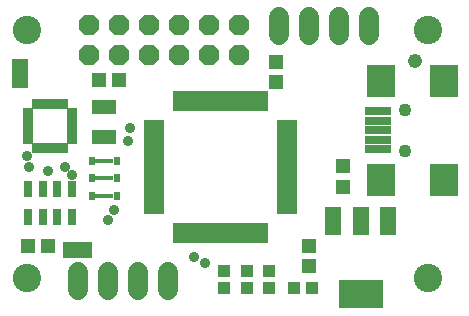
<source format=gts>
G75*
%MOIN*%
%OFA0B0*%
%FSLAX24Y24*%
%IPPOS*%
%LPD*%
%AMOC8*
5,1,8,0,0,1.08239X$1,22.5*
%
%ADD10C,0.0946*%
%ADD11R,0.0505X0.0493*%
%ADD12R,0.0946X0.1064*%
%ADD13R,0.0867X0.0277*%
%ADD14C,0.0434*%
%ADD15C,0.0680*%
%ADD16OC8,0.0680*%
%ADD17R,0.0395X0.0395*%
%ADD18R,0.0513X0.0474*%
%ADD19R,0.0710X0.0198*%
%ADD20R,0.0198X0.0710*%
%ADD21R,0.0194X0.0356*%
%ADD22R,0.0356X0.0194*%
%ADD23R,0.0277X0.0552*%
%ADD24R,0.0828X0.0513*%
%ADD25R,0.0580X0.0330*%
%ADD26R,0.0197X0.0315*%
%ADD27R,0.0630X0.0157*%
%ADD28R,0.0474X0.0513*%
%ADD29R,0.0330X0.0580*%
%ADD30R,0.0560X0.0960*%
%ADD31R,0.1497X0.0946*%
%ADD32C,0.0358*%
%ADD33C,0.0476*%
D10*
X006366Y007009D03*
X006366Y015277D03*
X019752Y015277D03*
X019752Y007009D03*
D11*
X016906Y010068D03*
X016906Y010757D03*
D12*
X018190Y010294D03*
X020276Y010294D03*
X020276Y013601D03*
X018190Y013601D03*
D13*
X018091Y012577D03*
X018091Y012262D03*
X018091Y011947D03*
X018091Y011632D03*
X018091Y011317D03*
D14*
X018977Y011258D03*
X018977Y012636D03*
D15*
X008078Y007210D02*
X008078Y006610D01*
X009078Y006610D02*
X009078Y007210D01*
X010078Y007210D02*
X010078Y006610D01*
X011078Y006610D02*
X011078Y007210D01*
X014766Y015110D02*
X014766Y015710D01*
X015766Y015710D02*
X015766Y015110D01*
X016766Y015110D02*
X016766Y015710D01*
X017766Y015710D02*
X017766Y015110D01*
D16*
X013453Y015472D03*
X012453Y015472D03*
X011453Y015472D03*
X010453Y015472D03*
X009453Y015472D03*
X008453Y015472D03*
X008453Y014472D03*
X009453Y014472D03*
X010453Y014472D03*
X011453Y014472D03*
X012453Y014472D03*
X013453Y014472D03*
D17*
X013703Y007267D03*
X013703Y006677D03*
X014453Y006677D03*
X014453Y007267D03*
X015283Y006685D03*
X015874Y006685D03*
X012953Y006677D03*
X012953Y007267D03*
D18*
X015766Y007413D03*
X015766Y008082D03*
X014685Y013556D03*
X014685Y014225D03*
D19*
X015033Y012198D03*
X015033Y012002D03*
X015033Y011805D03*
X015033Y011608D03*
X015033Y011411D03*
X015033Y011214D03*
X015033Y011017D03*
X015033Y010820D03*
X015033Y010624D03*
X015033Y010427D03*
X015033Y010230D03*
X015033Y010033D03*
X015033Y009836D03*
X015033Y009639D03*
X015033Y009443D03*
X015033Y009246D03*
X010624Y009246D03*
X010624Y009443D03*
X010624Y009639D03*
X010624Y009836D03*
X010624Y010033D03*
X010624Y010230D03*
X010624Y010427D03*
X010624Y010624D03*
X010624Y010820D03*
X010624Y011017D03*
X010624Y011214D03*
X010624Y011411D03*
X010624Y011608D03*
X010624Y011805D03*
X010624Y012002D03*
X010624Y012198D03*
D20*
X011352Y012927D03*
X011549Y012927D03*
X011746Y012927D03*
X011943Y012927D03*
X012139Y012927D03*
X012336Y012927D03*
X012533Y012927D03*
X012730Y012927D03*
X012927Y012927D03*
X013124Y012927D03*
X013321Y012927D03*
X013517Y012927D03*
X013714Y012927D03*
X013911Y012927D03*
X014108Y012927D03*
X014305Y012927D03*
X014305Y008517D03*
X014108Y008517D03*
X013911Y008517D03*
X013714Y008517D03*
X013517Y008517D03*
X013321Y008517D03*
X013124Y008517D03*
X012927Y008517D03*
X012730Y008517D03*
X012533Y008517D03*
X012336Y008517D03*
X012139Y008517D03*
X011943Y008517D03*
X011746Y008517D03*
X011549Y008517D03*
X011352Y008517D03*
D21*
X007633Y011359D03*
X007436Y011359D03*
X007239Y011359D03*
X007042Y011359D03*
X006846Y011359D03*
X006649Y011359D03*
X006649Y012835D03*
X006846Y012835D03*
X007042Y012835D03*
X007239Y012835D03*
X007436Y012835D03*
X007633Y012835D03*
D22*
X007879Y012589D03*
X007879Y012392D03*
X007879Y012195D03*
X007879Y011999D03*
X007879Y011802D03*
X007879Y011605D03*
X006403Y011605D03*
X006403Y011802D03*
X006403Y011999D03*
X006403Y012195D03*
X006403Y012392D03*
X006403Y012589D03*
D23*
X006403Y010007D03*
X006895Y010007D03*
X007387Y010007D03*
X007879Y010007D03*
X007879Y009062D03*
X007387Y009062D03*
X006895Y009062D03*
X006403Y009062D03*
D24*
X008953Y011730D03*
X008953Y012714D03*
D25*
X006141Y013527D03*
X006141Y013847D03*
X006141Y014167D03*
D26*
X008540Y010938D03*
X008540Y010347D03*
X008540Y009756D03*
X009367Y009756D03*
X009367Y010347D03*
X009367Y010938D03*
D27*
X008953Y010938D03*
X008953Y010347D03*
X008953Y009756D03*
D28*
X007082Y008078D03*
X006413Y008078D03*
X008788Y013641D03*
X009457Y013641D03*
D29*
X008380Y007953D03*
X008060Y007953D03*
X007740Y007953D03*
D30*
X016587Y008923D03*
X017497Y008923D03*
X018407Y008923D03*
D31*
X017497Y006483D03*
D32*
X012328Y007535D03*
X011953Y007722D03*
X009266Y009285D03*
X009078Y008972D03*
X007891Y010472D03*
X007641Y010722D03*
X007078Y010597D03*
X006453Y010722D03*
X006391Y011097D03*
X009747Y011578D03*
X009810Y012016D03*
D33*
X019310Y014266D03*
M02*

</source>
